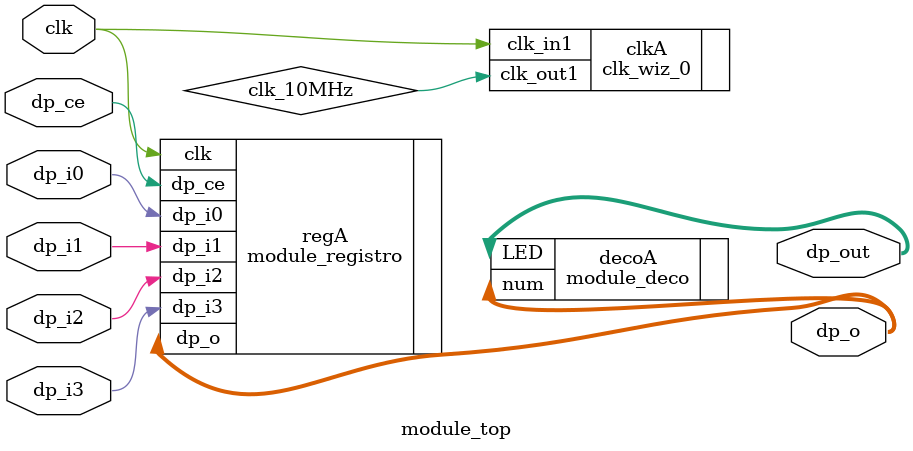
<source format=sv>
`timescale 1ns / 1ps

module module_top(
input logic dp_i3, dp_i2, dp_i1, dp_i0,
input logic dp_ce,
input logic clk,  
output logic [3:0] dp_o,
output logic [6:0] dp_out

    );
    

logic clk_10MHz;
//logic dp_o3, dp_o2, dp_o1, dp_o0;

clk_wiz_0 clkA(
    // Clock out ports
    .clk_out1(clk_10MHz),     // output clk_10MHz
    // Status and control signals
    
    
   // Clock in ports
    .clk_in1(clk));      // input clk_in1

//logic  [3:0] in_deco = {dp_o3, dp_o2, dp_o1, dp_o0};

module_registro regA(.dp_i3(dp_i3), .dp_i2(dp_i2), .dp_i1(dp_i1), .dp_i0(dp_i0), .dp_o(dp_o), .dp_ce(dp_ce), .clk(clk));

module_deco decoA(.num(dp_o),.LED(dp_out));

    
endmodule


</source>
